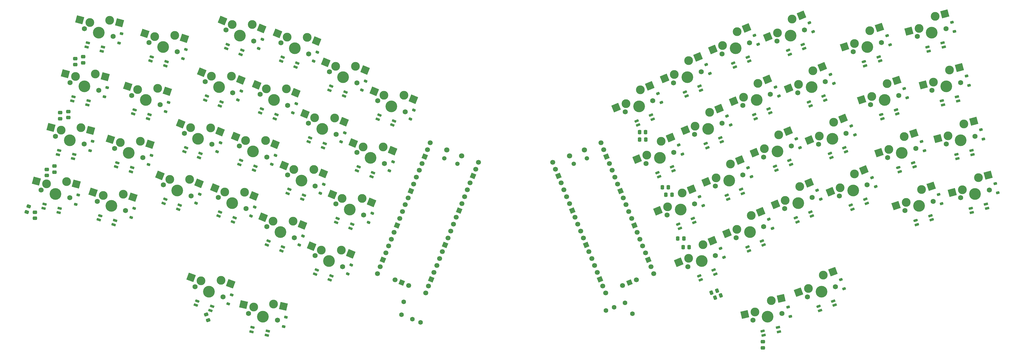
<source format=gbr>
%TF.GenerationSoftware,KiCad,Pcbnew,9.0.4*%
%TF.CreationDate,2025-09-09T15:52:51-06:00*%
%TF.ProjectId,ergo-kola,6572676f-2d6b-46f6-9c61-2e6b69636164,rev?*%
%TF.SameCoordinates,Original*%
%TF.FileFunction,Soldermask,Bot*%
%TF.FilePolarity,Negative*%
%FSLAX46Y46*%
G04 Gerber Fmt 4.6, Leading zero omitted, Abs format (unit mm)*
G04 Created by KiCad (PCBNEW 9.0.4) date 2025-09-09 15:52:51*
%MOMM*%
%LPD*%
G01*
G04 APERTURE LIST*
G04 Aperture macros list*
%AMRoundRect*
0 Rectangle with rounded corners*
0 $1 Rounding radius*
0 $2 $3 $4 $5 $6 $7 $8 $9 X,Y pos of 4 corners*
0 Add a 4 corners polygon primitive as box body*
4,1,4,$2,$3,$4,$5,$6,$7,$8,$9,$2,$3,0*
0 Add four circle primitives for the rounded corners*
1,1,$1+$1,$2,$3*
1,1,$1+$1,$4,$5*
1,1,$1+$1,$6,$7*
1,1,$1+$1,$8,$9*
0 Add four rect primitives between the rounded corners*
20,1,$1+$1,$2,$3,$4,$5,0*
20,1,$1+$1,$4,$5,$6,$7,0*
20,1,$1+$1,$6,$7,$8,$9,0*
20,1,$1+$1,$8,$9,$2,$3,0*%
%AMHorizOval*
0 Thick line with rounded ends*
0 $1 width*
0 $2 $3 position (X,Y) of the first rounded end (center of the circle)*
0 $4 $5 position (X,Y) of the second rounded end (center of the circle)*
0 Add line between two ends*
20,1,$1,$2,$3,$4,$5,0*
0 Add two circle primitives to create the rounded ends*
1,1,$1,$2,$3*
1,1,$1,$4,$5*%
%AMRotRect*
0 Rectangle, with rotation*
0 The origin of the aperture is its center*
0 $1 length*
0 $2 width*
0 $3 Rotation angle, in degrees counterclockwise*
0 Add horizontal line*
21,1,$1,$2,0,0,$3*%
G04 Aperture macros list end*
%ADD10C,1.750000*%
%ADD11C,3.000000*%
%ADD12C,4.000000*%
%ADD13RotRect,2.550000X2.500000X347.000000*%
%ADD14RotRect,2.550000X2.500000X338.000000*%
%ADD15RotRect,2.550000X2.500000X18.000000*%
%ADD16RotRect,2.550000X2.500000X15.000000*%
%ADD17C,1.600000*%
%ADD18RotRect,2.550000X2.500000X22.000000*%
%ADD19RotRect,2.550000X2.500000X342.000000*%
%ADD20RotRect,2.550000X2.500000X345.000000*%
%ADD21HorizOval,1.800000X0.000000X0.000000X0.000000X0.000000X0*%
%ADD22HorizOval,1.500000X0.000000X0.000000X0.000000X0.000000X0*%
%ADD23HorizOval,1.700000X0.000000X0.000000X0.000000X0.000000X0*%
%ADD24RotRect,1.700000X1.700000X338.000000*%
%ADD25HorizOval,1.800000X0.000000X0.000000X0.000000X0.000000X0*%
%ADD26HorizOval,1.500000X0.000000X0.000000X0.000000X0.000000X0*%
%ADD27HorizOval,1.700000X0.000000X0.000000X0.000000X0.000000X0*%
%ADD28RotRect,1.700000X1.700000X22.000000*%
%ADD29RotRect,2.550000X2.500000X20.000000*%
%ADD30RotRect,2.550000X2.500000X13.000000*%
%ADD31RotRect,2.550000X2.500000X340.000000*%
%ADD32RotRect,1.450000X0.820000X162.000000*%
%ADD33RoundRect,0.205000X0.557898X0.034278X-0.431201X0.355655X-0.557898X-0.034278X0.431201X-0.355655X0*%
%ADD34RoundRect,0.225000X0.263407X-0.349094X0.431980X0.068139X-0.263407X0.349094X-0.431980X-0.068139X0*%
%ADD35RoundRect,0.250000X-0.337500X-0.475000X0.337500X-0.475000X0.337500X0.475000X-0.337500X0.475000X0*%
%ADD36RoundRect,0.225000X0.287117X-0.329869X0.426175X0.098106X-0.287117X0.329869X-0.426175X-0.098106X0*%
%ADD37RoundRect,0.225000X0.420456X-0.120276X0.303988X0.314390X-0.420456X0.120276X-0.303988X-0.314390X0*%
%ADD38RoundRect,0.250000X-0.154687X-0.561786X0.479606X-0.330922X0.154687X0.561786X-0.479606X0.330922X0*%
%ADD39RoundRect,0.250000X0.475000X-0.337500X0.475000X0.337500X-0.475000X0.337500X-0.475000X-0.337500X0*%
%ADD40RotRect,1.450000X0.820000X195.000000*%
%ADD41RoundRect,0.205000X0.449224X0.332601X-0.555339X0.063429X-0.449224X-0.332601X0.555339X-0.063429X0*%
%ADD42RoundRect,0.225000X0.426175X-0.098106X0.287117X0.329869X-0.426175X0.098106X-0.287117X-0.329869X0*%
%ADD43RotRect,1.450000X0.820000X202.000000*%
%ADD44RoundRect,0.205000X0.405341X0.384868X-0.558930X-0.004723X-0.405341X-0.384868X0.558930X0.004723X0*%
%ADD45RotRect,1.450000X0.820000X165.000000*%
%ADD46RoundRect,0.205000X0.555339X0.063429X-0.449224X0.332601X-0.555339X-0.063429X0.449224X-0.332601X0*%
%ADD47RotRect,1.450000X0.820000X158.000000*%
%ADD48RoundRect,0.205000X0.558930X-0.004723X-0.405341X0.384868X-0.558930X0.004723X0.405341X-0.384868X0*%
%ADD49RoundRect,0.225000X0.431980X-0.068139X0.263407X0.349094X-0.431980X0.068139X-0.263407X-0.349094X0*%
%ADD50RotRect,1.450000X0.820000X160.000000*%
%ADD51RoundRect,0.205000X0.558754X0.014787X-0.418526X0.370487X-0.558754X-0.014787X0.418526X-0.370487X0*%
%ADD52RotRect,1.450000X0.820000X198.000000*%
%ADD53RoundRect,0.205000X0.431201X0.355655X-0.557898X0.034278X-0.431201X-0.355655X0.557898X-0.034278X0*%
%ADD54RoundRect,0.225000X0.303988X-0.314390X0.420456X0.120276X-0.303988X0.314390X-0.420456X-0.120276X0*%
%ADD55RotRect,1.450000X0.820000X193.000000*%
%ADD56RoundRect,0.205000X0.460557X0.316720X-0.552787X0.082771X-0.460557X-0.316720X0.552787X-0.082771X0*%
%ADD57RoundRect,0.225000X0.416003X-0.134877X0.314775X0.303590X-0.416003X0.134877X-0.314775X-0.303590X0*%
%ADD58RotRect,1.450000X0.820000X167.000000*%
%ADD59RoundRect,0.205000X0.552787X0.082771X-0.460557X0.316720X-0.552787X-0.082771X0.460557X-0.316720X0*%
%ADD60RotRect,1.450000X0.820000X200.000000*%
%ADD61RoundRect,0.205000X0.418526X0.370487X-0.558754X0.014787X-0.418526X-0.370487X0.558754X-0.014787X0*%
%ADD62RoundRect,0.225000X0.429339X-0.083173X0.275430X0.339688X-0.429339X0.083173X-0.275430X-0.339688X0*%
%ADD63RoundRect,0.250000X0.561786X-0.154687X0.330922X0.479606X-0.561786X0.154687X-0.330922X-0.479606X0*%
%ADD64RoundRect,0.225000X0.275430X-0.339688X0.429339X0.083173X-0.275430X0.339688X-0.429339X-0.083173X0*%
%ADD65RoundRect,0.225000X0.314775X-0.303590X0.416003X0.134877X-0.314775X0.303590X-0.416003X-0.134877X0*%
%ADD66RoundRect,0.250000X0.330922X-0.479606X0.561786X0.154687X-0.330922X0.479606X-0.561786X-0.154687X0*%
G04 APERTURE END LIST*
D10*
%TO.C,SW51*%
X108392118Y-134200069D03*
D11*
X110200944Y-132010857D03*
D12*
X113341918Y-135342820D03*
D11*
X116959570Y-130964396D03*
D10*
X118291718Y-136485571D03*
D13*
X106693211Y-131201033D03*
X120345505Y-131746101D03*
%TD*%
D10*
%TO.C,SW27*%
X105231189Y-76878731D03*
D11*
X107360213Y-74999434D03*
D12*
X109941283Y-78781732D03*
D11*
X114199331Y-75023139D03*
D10*
X114651377Y-80684733D03*
D14*
X104022351Y-73650850D03*
X117421295Y-76324897D03*
%TD*%
D10*
%TO.C,SW30*%
X327014299Y-80865964D03*
D11*
X327437238Y-78057829D03*
D12*
X331845666Y-79296158D03*
D11*
X332691543Y-73679888D03*
D10*
X336677033Y-77726352D03*
D15*
X324013434Y-79170290D03*
X335996465Y-72606054D03*
%TD*%
D10*
%TO.C,SW38*%
X351989227Y-94617472D03*
D11*
X352558552Y-91835320D03*
D12*
X356896130Y-93302671D03*
D11*
X358034781Y-87738367D03*
D10*
X361803033Y-91987870D03*
D16*
X349081219Y-92767069D03*
X361391373Y-86838971D03*
%TD*%
D17*
%TO.C,J1*%
X161470388Y-130199542D03*
X160749303Y-134653758D03*
X164458039Y-136152184D03*
X167239590Y-137276004D03*
%TD*%
D10*
%TO.C,SW15*%
X112367434Y-59215876D03*
D11*
X114496458Y-57336579D03*
D12*
X117077528Y-61118877D03*
D11*
X121335576Y-57360284D03*
D10*
X121787622Y-63021878D03*
D14*
X111158596Y-55987995D03*
X124557540Y-58662042D03*
%TD*%
D17*
%TO.C,J2*%
X239710022Y-134262772D03*
X237134569Y-130557770D03*
X233425833Y-132056196D03*
X230644282Y-133180016D03*
%TD*%
D10*
%TO.C,SW9*%
X136039783Y-51478147D03*
D11*
X138168807Y-49598850D03*
D12*
X140749877Y-53381148D03*
D11*
X145007925Y-49622555D03*
D10*
X145459971Y-55284149D03*
D14*
X134830945Y-48250266D03*
X148229889Y-50924313D03*
%TD*%
D10*
%TO.C,SW43*%
X138303342Y-96728983D03*
D11*
X140432366Y-94849686D03*
D12*
X143013436Y-98631984D03*
D11*
X147271484Y-94873391D03*
D10*
X147723530Y-100534985D03*
D14*
X137094504Y-93501103D03*
X150493448Y-96175149D03*
%TD*%
D10*
%TO.C,SW8*%
X270330739Y-45359023D03*
D11*
X270556762Y-42528226D03*
D12*
X275040833Y-43456022D03*
D11*
X275492878Y-37794427D03*
D10*
X279750927Y-41553021D03*
D18*
X267218900Y-43876811D03*
X278714842Y-36492669D03*
%TD*%
D10*
%TO.C,SW28*%
X284603246Y-80684733D03*
D11*
X284829269Y-77853936D03*
D12*
X289313340Y-78781732D03*
D11*
X289765385Y-73120137D03*
D10*
X294023434Y-76878731D03*
D18*
X281491407Y-79202520D03*
X292987349Y-71818379D03*
%TD*%
D10*
%TO.C,SW10*%
X253794653Y-55284149D03*
D11*
X254020677Y-52453352D03*
D12*
X258504747Y-53381148D03*
D11*
X258956791Y-47719553D03*
D10*
X263214841Y-51478147D03*
D18*
X250682814Y-53801936D03*
X262178755Y-46417796D03*
%TD*%
D10*
%TO.C,SW40*%
X291739510Y-98347588D03*
D11*
X291965533Y-95516791D03*
D12*
X296449604Y-96444587D03*
D11*
X296901649Y-90782992D03*
D10*
X301159698Y-94541586D03*
D18*
X288627671Y-96865375D03*
X300123613Y-89481234D03*
%TD*%
D10*
%TO.C,SW22*%
X260930916Y-72947004D03*
D11*
X261156940Y-70116207D03*
D12*
X265641010Y-71044003D03*
D11*
X266093054Y-65382408D03*
D10*
X270351104Y-69141002D03*
D18*
X257819077Y-71464791D03*
X269315018Y-64080651D03*
%TD*%
D10*
%TO.C,SW33*%
X121767256Y-86803857D03*
D11*
X123896280Y-84924560D03*
D12*
X126477350Y-88706858D03*
D11*
X130735398Y-84948265D03*
D10*
X131187444Y-90609859D03*
D14*
X120558418Y-83575976D03*
X133957362Y-86250023D03*
%TD*%
D10*
%TO.C,SW44*%
X251531094Y-100534985D03*
D11*
X251757118Y-97704188D03*
D12*
X256241188Y-98631984D03*
D11*
X256693233Y-92970389D03*
D10*
X260951282Y-96728983D03*
D18*
X248419255Y-99052772D03*
X259915197Y-91668631D03*
%TD*%
D10*
%TO.C,SW42*%
X332901072Y-98983581D03*
D11*
X333324011Y-96175446D03*
D12*
X337732439Y-97413775D03*
D11*
X338578316Y-91797505D03*
D10*
X342563806Y-95843969D03*
D15*
X329900207Y-97287907D03*
X341883238Y-90723671D03*
%TD*%
D10*
%TO.C,SW18*%
X321127526Y-62748327D03*
D11*
X321550464Y-59940193D03*
D12*
X325958892Y-61178522D03*
D11*
X326804769Y-55562252D03*
D10*
X330790258Y-59608717D03*
D15*
X318126660Y-61052653D03*
X330109691Y-54488419D03*
%TD*%
D10*
%TO.C,SW39*%
X98094926Y-94541586D03*
D11*
X100223950Y-92662289D03*
D12*
X102805020Y-96444587D03*
D11*
X107063068Y-92685994D03*
D10*
X107515114Y-98347588D03*
D14*
X96886088Y-91313705D03*
X110285032Y-93987752D03*
%TD*%
D10*
%TO.C,SW48*%
X258667357Y-118197841D03*
D11*
X258893381Y-115367044D03*
D12*
X263377451Y-116294840D03*
D11*
X263829496Y-110633245D03*
D10*
X268087545Y-114391839D03*
D18*
X255555518Y-116715628D03*
X267051460Y-109331487D03*
%TD*%
D10*
%TO.C,SW34*%
X268067179Y-90609859D03*
D11*
X268293202Y-87779062D03*
D12*
X272777273Y-88706858D03*
D11*
X273229318Y-83045263D03*
D10*
X277487367Y-86803857D03*
D18*
X264955340Y-89127646D03*
X276451282Y-81743505D03*
%TD*%
D10*
%TO.C,SW46*%
X275203424Y-108272714D03*
D11*
X275429447Y-105441917D03*
D12*
X279913518Y-106369713D03*
D11*
X280365563Y-100708118D03*
D10*
X284623612Y-104466712D03*
D18*
X272091585Y-106790501D03*
X283587527Y-99406360D03*
%TD*%
D10*
%TO.C,SW45*%
X114631012Y-104466712D03*
D11*
X116760036Y-102587415D03*
D12*
X119341106Y-106369713D03*
D11*
X123599154Y-102611120D03*
D10*
X124051200Y-108272714D03*
D14*
X113422174Y-101238831D03*
X126821118Y-103912878D03*
%TD*%
D10*
%TO.C,SW13*%
X93577809Y-54868494D03*
D11*
X95706833Y-52989197D03*
D12*
X98287903Y-56771495D03*
D11*
X102545951Y-53012902D03*
D10*
X102997997Y-58674496D03*
D14*
X92368971Y-51640613D03*
X105767915Y-54314661D03*
%TD*%
D10*
%TO.C,SW26*%
X347058725Y-76216581D03*
D11*
X347628050Y-73434429D03*
D12*
X351965628Y-74901780D03*
D11*
X353104280Y-69337476D03*
D10*
X356872531Y-73586979D03*
D16*
X344150718Y-74366178D03*
X356460871Y-68438080D03*
%TD*%
D10*
%TO.C,SW29*%
X62577591Y-77726352D03*
D11*
X64570336Y-75703120D03*
D12*
X67408958Y-79296158D03*
D11*
X71394448Y-75249694D03*
D10*
X72240325Y-80865964D03*
D19*
X61146532Y-74590659D03*
X74699369Y-76323528D03*
%TD*%
D10*
%TO.C,SW32*%
X244394849Y-82872130D03*
D11*
X244620873Y-80041333D03*
D12*
X249104943Y-80969129D03*
D11*
X249556988Y-75307534D03*
D10*
X253815037Y-79066128D03*
D18*
X241283010Y-81389917D03*
X252778952Y-74005776D03*
%TD*%
D10*
%TO.C,SW37*%
X37451591Y-91987870D03*
D11*
X39335717Y-89863119D03*
D12*
X42358494Y-93302671D03*
D11*
X46126746Y-89053168D03*
D10*
X47265397Y-94617472D03*
D20*
X35858384Y-88931370D03*
X49483339Y-89952564D03*
%TD*%
D21*
%TO.C,U1*%
X176243903Y-78231251D03*
D22*
X175387000Y-81153001D03*
X179883842Y-82969842D03*
D21*
X181297055Y-80272856D03*
D23*
X170576514Y-75801267D03*
X169625013Y-78156314D03*
D24*
X168673512Y-80511361D03*
D23*
X167722011Y-82866408D03*
X166770511Y-85221455D03*
X165819010Y-87576502D03*
X164867509Y-89931549D03*
D24*
X163916008Y-92286596D03*
D23*
X162964508Y-94641643D03*
X162013007Y-96996690D03*
X161061506Y-99351737D03*
X160110005Y-101706784D03*
D24*
X159158505Y-104061831D03*
D23*
X158207004Y-106416878D03*
X157255503Y-108771925D03*
X156304002Y-111126972D03*
X155352502Y-113482019D03*
D24*
X154401001Y-115837066D03*
D23*
X153449500Y-118192113D03*
X152497999Y-120547160D03*
X168983328Y-127207665D03*
X169934829Y-124852618D03*
D24*
X170886330Y-122497571D03*
D23*
X171837831Y-120142524D03*
X172789331Y-117787477D03*
X173740832Y-115432430D03*
X174692333Y-113077383D03*
D24*
X175643834Y-110722336D03*
D23*
X176595334Y-108367289D03*
X177546835Y-106012242D03*
X178498336Y-103657195D03*
X179449837Y-101302148D03*
D24*
X180401337Y-98947101D03*
D23*
X181352838Y-96592054D03*
X182304339Y-94237007D03*
X183255840Y-91881960D03*
X184207340Y-89526913D03*
D24*
X185158841Y-87171866D03*
D23*
X186110342Y-84816819D03*
X187061843Y-82461772D03*
X158471775Y-122712659D03*
D24*
X160826823Y-123664160D03*
D23*
X163181870Y-124615661D03*
%TD*%
D10*
%TO.C,SW23*%
X86441565Y-72531349D03*
D11*
X88570589Y-70652052D03*
D12*
X91151659Y-74434350D03*
D11*
X95409707Y-70675757D03*
D10*
X95861753Y-76337351D03*
D14*
X85232727Y-69303468D03*
X98631671Y-71977515D03*
%TD*%
D10*
%TO.C,SW4*%
X289120363Y-41011641D03*
D11*
X289346387Y-38180844D03*
D12*
X293830457Y-39108640D03*
D11*
X294282501Y-33447045D03*
D10*
X298540551Y-37205639D03*
D18*
X286008524Y-39529428D03*
X297504465Y-32145288D03*
%TD*%
D10*
%TO.C,SW25*%
X42382093Y-73586978D03*
D11*
X44266218Y-71462228D03*
D12*
X47288996Y-74901780D03*
D11*
X51057249Y-70652277D03*
D10*
X52195899Y-76216582D03*
D20*
X40788885Y-70530479D03*
X54413841Y-71551673D03*
%TD*%
D10*
%TO.C,SW35*%
X79305301Y-90194205D03*
D11*
X81434325Y-88314908D03*
D12*
X84015395Y-92097206D03*
D11*
X88273443Y-88338613D03*
D10*
X88725489Y-94000207D03*
D14*
X78096463Y-86966324D03*
X91495407Y-89640371D03*
%TD*%
D10*
%TO.C,SW12*%
X342128223Y-57815691D03*
D11*
X342697548Y-55033539D03*
D12*
X347035126Y-56500890D03*
D11*
X348173777Y-50936586D03*
D10*
X351942029Y-55186089D03*
D16*
X339220214Y-55965288D03*
X351530368Y-50037190D03*
%TD*%
D10*
%TO.C,SW5*%
X74351139Y-41491099D03*
D11*
X76343884Y-39467867D03*
D12*
X79182506Y-43060905D03*
D11*
X83167997Y-39014441D03*
D10*
X84013873Y-44630711D03*
D19*
X72920080Y-38355406D03*
X86472917Y-40088275D03*
%TD*%
D10*
%TO.C,SW21*%
X128903519Y-69141002D03*
D11*
X131032543Y-67261705D03*
D12*
X133613613Y-71044003D03*
D11*
X137871661Y-67285410D03*
D10*
X138323707Y-72947004D03*
D14*
X127694681Y-65913121D03*
X141093625Y-68587168D03*
%TD*%
D10*
%TO.C,SW41*%
X56690817Y-95843969D03*
D11*
X58683562Y-93820737D03*
D12*
X61522184Y-97413775D03*
D11*
X65507674Y-93367311D03*
D10*
X66353551Y-98983581D03*
D19*
X55259758Y-92708276D03*
X68812595Y-94441145D03*
%TD*%
D25*
%TO.C,U2*%
X218226866Y-80272856D03*
D26*
X219640079Y-82969842D03*
X224136921Y-81153001D03*
D25*
X223280018Y-78231251D03*
D27*
X212462078Y-82461772D03*
X213413579Y-84816819D03*
D28*
X214365080Y-87171866D03*
D27*
X215316581Y-89526913D03*
X216268081Y-91881960D03*
X217219582Y-94237007D03*
X218171083Y-96592054D03*
D28*
X219122584Y-98947101D03*
D27*
X220074084Y-101302148D03*
X221025585Y-103657195D03*
X221977086Y-106012242D03*
X222928587Y-108367289D03*
D28*
X223880087Y-110722336D03*
D27*
X224831588Y-113077383D03*
X225783089Y-115432430D03*
X226734590Y-117787477D03*
X227686090Y-120142524D03*
D28*
X228637591Y-122497571D03*
D27*
X229589092Y-124852618D03*
X230540593Y-127207665D03*
X247025922Y-120547160D03*
X246074421Y-118192113D03*
D28*
X245122920Y-115837066D03*
D27*
X244171419Y-113482019D03*
X243219919Y-111126972D03*
X242268418Y-108771925D03*
X241316917Y-106416878D03*
D28*
X240365416Y-104061831D03*
D27*
X239413916Y-101706784D03*
X238462415Y-99351737D03*
X237510914Y-96996690D03*
X236559413Y-94641643D03*
D28*
X235607913Y-92286596D03*
D27*
X234656412Y-89931549D03*
X233704911Y-87576502D03*
X232753410Y-85221455D03*
X231801910Y-82866408D03*
D28*
X230850409Y-80511361D03*
D27*
X229898908Y-78156314D03*
X228947407Y-75801267D03*
X236342051Y-124615661D03*
D28*
X238697098Y-123664160D03*
D27*
X241052146Y-122712659D03*
%TD*%
D10*
%TO.C,SW50*%
X299600822Y-128502753D03*
D11*
X299925502Y-125681568D03*
D12*
X304374461Y-126765291D03*
D11*
X305023818Y-121122921D03*
D10*
X309148100Y-125027829D03*
D29*
X296542608Y-126912841D03*
X308289250Y-119934401D03*
%TD*%
D10*
%TO.C,SW1*%
X52243097Y-36785199D03*
D11*
X54127223Y-34660448D03*
D12*
X57150000Y-38100000D03*
D11*
X60918252Y-33850497D03*
D10*
X62056903Y-39414801D03*
D20*
X50649890Y-33728700D03*
X64274844Y-34749893D03*
%TD*%
D10*
%TO.C,SW52*%
X280962906Y-136485571D03*
D11*
X281628981Y-133724986D03*
D12*
X285912706Y-135342820D03*
D11*
X287244855Y-129821647D03*
D10*
X290862506Y-134200069D03*
D30*
X278121248Y-134534807D03*
X290630792Y-129039939D03*
%TD*%
D10*
%TO.C,SW36*%
X310529134Y-94000207D03*
D11*
X310755157Y-91169410D03*
D12*
X315239228Y-92097206D03*
D11*
X315691273Y-86435611D03*
D10*
X319949322Y-90194205D03*
D18*
X307417295Y-92517994D03*
X318913237Y-85133853D03*
%TD*%
D10*
%TO.C,SW7*%
X119503697Y-41553021D03*
D11*
X121632721Y-39673724D03*
D12*
X124213791Y-43456022D03*
D11*
X128471839Y-39697429D03*
D10*
X128923885Y-45359023D03*
D14*
X118294859Y-38325140D03*
X131693803Y-40999188D03*
%TD*%
D10*
%TO.C,SW2*%
X337197721Y-39414800D03*
D11*
X337767046Y-36632649D03*
D12*
X342104624Y-38100000D03*
D11*
X343243274Y-32535696D03*
D10*
X347011527Y-36785200D03*
D16*
X334289712Y-37564398D03*
X346599867Y-31636299D03*
%TD*%
D10*
%TO.C,SW3*%
X100714072Y-37205639D03*
D11*
X102843096Y-35326342D03*
D12*
X105424166Y-39108640D03*
D11*
X109682214Y-35350047D03*
D10*
X110134260Y-41011641D03*
D14*
X99505235Y-33977759D03*
X112904178Y-36651805D03*
%TD*%
D10*
%TO.C,SW20*%
X237258587Y-65209274D03*
D11*
X237484610Y-62378478D03*
D12*
X241968680Y-63306274D03*
D11*
X242420725Y-57644679D03*
D10*
X246678773Y-61403274D03*
D18*
X234146747Y-63727061D03*
X245642690Y-56342922D03*
%TD*%
D10*
%TO.C,SW17*%
X68464365Y-59608716D03*
D11*
X70457110Y-57585484D03*
D12*
X73295732Y-61178522D03*
D11*
X77281223Y-57132058D03*
D10*
X78127099Y-62748328D03*
D19*
X67033306Y-56473023D03*
X80586143Y-58205892D03*
%TD*%
D10*
%TO.C,SW14*%
X296256626Y-58674496D03*
D11*
X296482649Y-55843699D03*
D12*
X300966720Y-56771495D03*
D11*
X301418765Y-51109900D03*
D10*
X305676814Y-54868494D03*
D18*
X293144787Y-57192284D03*
X304640729Y-49808142D03*
%TD*%
D10*
%TO.C,SW47*%
X131167079Y-114391839D03*
D11*
X133296103Y-112512542D03*
D12*
X135877173Y-116294840D03*
D11*
X140135221Y-112536247D03*
D10*
X140587267Y-118197841D03*
D14*
X129958241Y-111163959D03*
X143357185Y-113838005D03*
%TD*%
D10*
%TO.C,SW24*%
X303392871Y-76337351D03*
D11*
X303618894Y-73506554D03*
D12*
X308102965Y-74434350D03*
D11*
X308555010Y-68772755D03*
D10*
X312813059Y-72531349D03*
D18*
X300281032Y-74855139D03*
X311776974Y-67470997D03*
%TD*%
D10*
%TO.C,SW16*%
X277467002Y-63021878D03*
D11*
X277693026Y-60191081D03*
D12*
X282177096Y-61118877D03*
D11*
X282629140Y-55457282D03*
D10*
X286887190Y-59215876D03*
D18*
X274355163Y-61539665D03*
X285851104Y-54155525D03*
%TD*%
D10*
%TO.C,SW6*%
X315240752Y-44630710D03*
D11*
X315663690Y-41822576D03*
D12*
X320072118Y-43060905D03*
D11*
X320917995Y-37444635D03*
D10*
X324903484Y-41491100D03*
D15*
X312239886Y-42935036D03*
X324222917Y-36370802D03*
%TD*%
D10*
%TO.C,SW11*%
X47312595Y-55186089D03*
D11*
X49196721Y-53061338D03*
D12*
X52219498Y-56500890D03*
D11*
X55987750Y-52251387D03*
D10*
X57126401Y-57815691D03*
D20*
X45719388Y-52129589D03*
X59344343Y-53150782D03*
%TD*%
D10*
%TO.C,SW49*%
X90106524Y-125027829D03*
D11*
X92168665Y-123075375D03*
D12*
X94880163Y-126765291D03*
D11*
X99004444Y-122860383D03*
D10*
X99653802Y-128502753D03*
D31*
X88785770Y-121844103D03*
X102269876Y-124048904D03*
%TD*%
D10*
%TO.C,SW31*%
X145439586Y-79066128D03*
D11*
X147568610Y-77186831D03*
D12*
X150149680Y-80969129D03*
D11*
X154407728Y-77210536D03*
D10*
X154859774Y-82872130D03*
D14*
X144230748Y-75838248D03*
X157629692Y-78512294D03*
%TD*%
D10*
%TO.C,SW19*%
X152575851Y-61403274D03*
D11*
X154704875Y-59523976D03*
D12*
X157285944Y-63306274D03*
D11*
X161543993Y-59547681D03*
D10*
X161996037Y-65209274D03*
D14*
X151367012Y-58175393D03*
X164765956Y-60849439D03*
%TD*%
D32*
%TO.C,L41*%
X62258511Y-103804076D03*
X62722037Y-102377491D03*
D33*
X57633885Y-100724250D03*
D32*
X57170359Y-102150835D03*
%TD*%
D34*
%TO.C,D43*%
X149460475Y-103016339D03*
X150696677Y-99956633D03*
%TD*%
D35*
%TO.C,C14*%
X255227000Y-108585000D03*
X257302000Y-108585000D03*
%TD*%
D36*
%TO.C,D5*%
X85919678Y-46984857D03*
X86939434Y-43846371D03*
%TD*%
D37*
%TO.C,D2*%
X349892028Y-37721577D03*
X349037928Y-34534021D03*
%TD*%
D38*
%TO.C,C17*%
X268011069Y-128751846D03*
X269960931Y-128042154D03*
%TD*%
D39*
%TO.C,C1*%
X49149000Y-49043500D03*
X49149000Y-46968500D03*
%TD*%
D40*
%TO.C,L38*%
X360994073Y-98260995D03*
X360605844Y-96812107D03*
D41*
X355438141Y-98196789D03*
D40*
X355826370Y-99645677D03*
%TD*%
D36*
%TO.C,D41*%
X68259356Y-101337727D03*
X69279112Y-98199241D03*
%TD*%
D42*
%TO.C,D18*%
X333715820Y-60393056D03*
X332696064Y-57254570D03*
%TD*%
D34*
%TO.C,D13*%
X104734942Y-61155850D03*
X105971144Y-58096144D03*
%TD*%
%TO.C,D39*%
X109252059Y-100828942D03*
X110488261Y-97769236D03*
%TD*%
D43*
%TO.C,L24*%
X312774630Y-78856302D03*
X312212720Y-77465526D03*
D44*
X307252286Y-79469672D03*
D43*
X307814196Y-80860448D03*
%TD*%
D45*
%TO.C,L37*%
X43428254Y-99645677D03*
X43816483Y-98196789D03*
D46*
X38648780Y-96812107D03*
D45*
X38260551Y-98260995D03*
%TD*%
D34*
%TO.C,D23*%
X97598698Y-78818705D03*
X98834900Y-75758999D03*
%TD*%
D47*
%TO.C,L21*%
X133902382Y-77470101D03*
X134464292Y-76079325D03*
D48*
X129503858Y-74075179D03*
D47*
X128941948Y-75465955D03*
%TD*%
D32*
%TO.C,L29*%
X68145285Y-85686459D03*
X68608811Y-84259874D03*
D33*
X63520659Y-82606633D03*
D32*
X63057133Y-84033218D03*
%TD*%
D49*
%TO.C,D46*%
X287596759Y-105045064D03*
X286360557Y-101985358D03*
%TD*%
D50*
%TO.C,L49*%
X95393024Y-133177396D03*
X95906054Y-131767857D03*
D51*
X90878698Y-129938050D03*
D50*
X90365668Y-131347589D03*
%TD*%
D47*
%TO.C,L23*%
X91440428Y-80860448D03*
X92002338Y-79469672D03*
D48*
X87041904Y-77465526D03*
D47*
X86479994Y-78856302D03*
%TD*%
%TO.C,L35*%
X84304164Y-98523304D03*
X84866074Y-97132528D03*
D48*
X79905640Y-95128382D03*
D47*
X79343730Y-96519158D03*
%TD*%
D43*
%TO.C,L10*%
X263176412Y-57803100D03*
X262614502Y-56412324D03*
D44*
X257654068Y-58416470D03*
D43*
X258215978Y-59807246D03*
%TD*%
%TO.C,L36*%
X319910893Y-96519158D03*
X319348983Y-95128382D03*
D44*
X314388549Y-97132528D03*
D43*
X314950459Y-98523304D03*
%TD*%
D45*
%TO.C,L11*%
X53289258Y-62843896D03*
X53677487Y-61395008D03*
D46*
X48509784Y-60010326D03*
D45*
X48121555Y-61459214D03*
%TD*%
D47*
%TO.C,L15*%
X117366297Y-67544975D03*
X117928207Y-66154199D03*
D48*
X112967773Y-64150053D03*
D47*
X112405863Y-65540829D03*
%TD*%
D39*
%TO.C,C18*%
X284353000Y-145944500D03*
X284353000Y-143869500D03*
%TD*%
D52*
%TO.C,L18*%
X330310717Y-65915582D03*
X329847191Y-64488997D03*
D53*
X324759039Y-66142238D03*
D52*
X325222565Y-67568823D03*
%TD*%
D34*
%TO.C,D3*%
X111871205Y-43492995D03*
X113107407Y-40433289D03*
%TD*%
D47*
%TO.C,L13*%
X98576672Y-63197593D03*
X99138582Y-61806817D03*
D48*
X94178148Y-59802671D03*
D47*
X93616238Y-61193447D03*
%TD*%
D54*
%TO.C,D11*%
X59152802Y-60066869D03*
X60006902Y-56879313D03*
%TD*%
D34*
%TO.C,D7*%
X130660830Y-47840377D03*
X131897032Y-44780671D03*
%TD*%
D36*
%TO.C,D17*%
X80032904Y-65102474D03*
X81052660Y-61963988D03*
%TD*%
D40*
%TO.C,L2*%
X346202567Y-43058324D03*
X345814338Y-41609436D03*
D41*
X340646635Y-42994118D03*
D40*
X341034864Y-44443006D03*
%TD*%
D55*
%TO.C,L52*%
X289835109Y-140441140D03*
X289497683Y-138979585D03*
D56*
X284284803Y-140183074D03*
D55*
X284622229Y-141644629D03*
%TD*%
D57*
%TO.C,D52*%
X293708574Y-135236404D03*
X292966236Y-132020982D03*
%TD*%
D47*
%TO.C,L9*%
X141038646Y-59807246D03*
X141600556Y-58416470D03*
D48*
X136640122Y-56412324D03*
D47*
X136078212Y-57803100D03*
%TD*%
D38*
%TO.C,C16*%
X266741069Y-127100846D03*
X268690931Y-126391154D03*
%TD*%
D47*
%TO.C,L43*%
X143302205Y-105058082D03*
X143864115Y-103667306D03*
D48*
X138903681Y-101663160D03*
D47*
X138341771Y-103053936D03*
%TD*%
D34*
%TO.C,D9*%
X147196916Y-57765503D03*
X148433118Y-54705797D03*
%TD*%
D47*
%TO.C,L19*%
X157574713Y-69732372D03*
X158136623Y-68341596D03*
D48*
X153176189Y-66337450D03*
D47*
X152614279Y-67728226D03*
%TD*%
D42*
%TO.C,D42*%
X345489367Y-96628309D03*
X344469611Y-93489823D03*
%TD*%
D39*
%TO.C,C6*%
X42037000Y-85852000D03*
X42037000Y-83777000D03*
%TD*%
D49*
%TO.C,D40*%
X304132845Y-95119938D03*
X302896643Y-92060232D03*
%TD*%
D43*
%TO.C,L8*%
X279712498Y-47877974D03*
X279150588Y-46487198D03*
D44*
X274190154Y-48491344D03*
D43*
X274752064Y-49882120D03*
%TD*%
D34*
%TO.C,D21*%
X140060652Y-75428358D03*
X141296854Y-72368652D03*
%TD*%
D45*
%TO.C,L1*%
X58219760Y-44443006D03*
X58607989Y-42994118D03*
D46*
X53440286Y-41609436D03*
D45*
X53052057Y-43058324D03*
%TD*%
D42*
%TO.C,D30*%
X339602594Y-78510692D03*
X338582838Y-75372206D03*
%TD*%
D49*
%TO.C,D32*%
X256788184Y-79644480D03*
X255551982Y-76584774D03*
%TD*%
D43*
%TO.C,L34*%
X277448938Y-93128810D03*
X276887028Y-91738034D03*
D44*
X271926594Y-93742180D03*
D43*
X272488504Y-95132956D03*
%TD*%
D34*
%TO.C,D27*%
X116388322Y-83166087D03*
X117624524Y-80106381D03*
%TD*%
D47*
%TO.C,L47*%
X136165942Y-122720938D03*
X136727852Y-121330162D03*
D48*
X131767418Y-119326016D03*
D47*
X131205508Y-120716792D03*
%TD*%
D54*
%TO.C,D1*%
X64083304Y-41665979D03*
X64937404Y-38478423D03*
%TD*%
D43*
%TO.C,L48*%
X268049116Y-120716792D03*
X267487206Y-119326016D03*
D44*
X262526772Y-121330162D03*
D43*
X263088682Y-122720938D03*
%TD*%
D52*
%TO.C,L42*%
X342084264Y-102150835D03*
X341620738Y-100724250D03*
D53*
X336532586Y-102377491D03*
D52*
X336996112Y-103804076D03*
%TD*%
D34*
%TO.C,D19*%
X163732983Y-67690629D03*
X164969185Y-64630923D03*
%TD*%
D49*
%TO.C,D34*%
X280460514Y-87382209D03*
X279224312Y-84322503D03*
%TD*%
D32*
%TO.C,L17*%
X74032059Y-67568823D03*
X74495585Y-66142238D03*
D33*
X69407433Y-64488997D03*
D32*
X68943907Y-65915582D03*
%TD*%
D43*
%TO.C,L46*%
X284585183Y-110791665D03*
X284023273Y-109400889D03*
D44*
X279062839Y-111405035D03*
D43*
X279624749Y-112795811D03*
%TD*%
D49*
%TO.C,D36*%
X322922469Y-90772557D03*
X321686267Y-87712851D03*
%TD*%
D45*
%TO.C,L25*%
X48358756Y-81244786D03*
X48746985Y-79795898D03*
D46*
X43579282Y-78411216D03*
D45*
X43191053Y-79860104D03*
%TD*%
D58*
%TO.C,L51*%
X114632395Y-141644629D03*
X114969821Y-140183074D03*
D59*
X109756941Y-138979585D03*
D58*
X109419515Y-140441140D03*
%TD*%
D35*
%TO.C,C13*%
X251163000Y-93599000D03*
X253238000Y-93599000D03*
%TD*%
D49*
%TO.C,D10*%
X266187988Y-52056499D03*
X264951786Y-48996793D03*
%TD*%
D39*
%TO.C,C5*%
X39370000Y-86995000D03*
X39370000Y-84920000D03*
%TD*%
D35*
%TO.C,C15*%
X257026500Y-111506000D03*
X259101500Y-111506000D03*
%TD*%
D34*
%TO.C,D31*%
X156596719Y-85353484D03*
X157832921Y-82293778D03*
%TD*%
D43*
%TO.C,L16*%
X286848761Y-65540829D03*
X286286851Y-64150053D03*
D44*
X281326417Y-66154199D03*
D43*
X281888327Y-67544975D03*
%TD*%
%TO.C,L20*%
X246640345Y-67728226D03*
X246078435Y-66337450D03*
D44*
X241118001Y-68341596D03*
D43*
X241679911Y-69732372D03*
%TD*%
D34*
%TO.C,D47*%
X142324212Y-120679195D03*
X143560414Y-117619489D03*
%TD*%
D52*
%TO.C,L6*%
X324423943Y-47797965D03*
X323960417Y-46371380D03*
D53*
X318872265Y-48024621D03*
D52*
X319335791Y-49451206D03*
%TD*%
D49*
%TO.C,D22*%
X273324251Y-69719354D03*
X272088049Y-66659648D03*
%TD*%
%TO.C,D14*%
X308649961Y-55446846D03*
X307413759Y-52387140D03*
%TD*%
D40*
%TO.C,L12*%
X351133069Y-61459214D03*
X350744840Y-60010326D03*
D41*
X345577137Y-61395008D03*
D40*
X345965366Y-62843896D03*
%TD*%
D60*
%TO.C,L50*%
X308888956Y-131347589D03*
X308375926Y-129938050D03*
D61*
X303348570Y-131767857D03*
D60*
X303861600Y-133177396D03*
%TD*%
D34*
%TO.C,D45*%
X125788145Y-110754068D03*
X127024347Y-107694362D03*
%TD*%
D39*
%TO.C,C4*%
X46736000Y-67183000D03*
X46736000Y-65108000D03*
%TD*%
D47*
%TO.C,L3*%
X105712935Y-45534738D03*
X106274845Y-44143962D03*
D48*
X101314411Y-42139816D03*
D47*
X100752501Y-43530592D03*
%TD*%
D62*
%TO.C,D50*%
X312099251Y-125709591D03*
X310970585Y-122608605D03*
%TD*%
D32*
%TO.C,L5*%
X79918833Y-49451206D03*
X80382359Y-48024621D03*
D33*
X75294207Y-46371380D03*
D32*
X74830681Y-47797965D03*
%TD*%
D47*
%TO.C,L31*%
X150438449Y-87395227D03*
X151000359Y-86004451D03*
D48*
X146039925Y-84000305D03*
D47*
X145478015Y-85391081D03*
%TD*%
D43*
%TO.C,L28*%
X293985005Y-83203684D03*
X293423095Y-81812908D03*
D44*
X288462661Y-83817054D03*
D43*
X289024571Y-85207830D03*
%TD*%
D34*
%TO.C,D33*%
X132924389Y-93091213D03*
X134160591Y-90031507D03*
%TD*%
D37*
%TO.C,D12*%
X354822530Y-56122467D03*
X353968430Y-52934911D03*
%TD*%
D54*
%TO.C,D25*%
X54222300Y-78467759D03*
X55076400Y-75280203D03*
%TD*%
D43*
%TO.C,L44*%
X260912853Y-103053936D03*
X260350943Y-101663160D03*
D44*
X255390509Y-103667306D03*
D43*
X255952419Y-105058082D03*
%TD*%
D49*
%TO.C,D20*%
X249651921Y-61981625D03*
X248415719Y-58921919D03*
%TD*%
%TO.C,D44*%
X263924429Y-97307335D03*
X262688227Y-94247629D03*
%TD*%
%TO.C,D4*%
X301513698Y-37783991D03*
X300277496Y-34724285D03*
%TD*%
D43*
%TO.C,L4*%
X298502122Y-43530592D03*
X297940212Y-42139816D03*
D44*
X292979778Y-44143962D03*
D43*
X293541688Y-45534738D03*
%TD*%
D42*
%TO.C,D6*%
X327829046Y-42275439D03*
X326809290Y-39136953D03*
%TD*%
D47*
%TO.C,L33*%
X126766119Y-95132956D03*
X127328029Y-93742180D03*
D48*
X122367595Y-91738034D03*
D47*
X121805685Y-93128810D03*
%TD*%
D43*
%TO.C,L40*%
X301121269Y-100866539D03*
X300559359Y-99475763D03*
D44*
X295598925Y-101479909D03*
D43*
X296160835Y-102870685D03*
%TD*%
D35*
%TO.C,C11*%
X242167500Y-74676000D03*
X244242500Y-74676000D03*
%TD*%
D43*
%TO.C,L32*%
X253776608Y-85391081D03*
X253214698Y-84000305D03*
D44*
X248254264Y-86004451D03*
D43*
X248816174Y-87395227D03*
%TD*%
D37*
%TO.C,D38*%
X364683534Y-92924248D03*
X363829434Y-89736692D03*
%TD*%
D49*
%TO.C,D28*%
X296996581Y-77457083D03*
X295760379Y-74397377D03*
%TD*%
D35*
%TO.C,C12*%
X249914500Y-91059000D03*
X251989500Y-91059000D03*
%TD*%
D34*
%TO.C,D35*%
X90462434Y-96481561D03*
X91698636Y-93421855D03*
%TD*%
D39*
%TO.C,C3*%
X43942000Y-67564000D03*
X43942000Y-65489000D03*
%TD*%
D63*
%TO.C,C9*%
X94588846Y-136483931D03*
X93879154Y-134534069D03*
%TD*%
D49*
%TO.C,D8*%
X282724074Y-42131373D03*
X281487872Y-39071667D03*
%TD*%
D39*
%TO.C,C2*%
X51816000Y-48408500D03*
X51816000Y-46333500D03*
%TD*%
%TO.C,C8*%
X35306000Y-101643000D03*
X35306000Y-99568000D03*
%TD*%
D47*
%TO.C,L45*%
X119629875Y-112795811D03*
X120191785Y-111405035D03*
D48*
X115231351Y-109400889D03*
D47*
X114669441Y-110791665D03*
%TD*%
%TO.C,L7*%
X124502560Y-49882120D03*
X125064470Y-48491344D03*
D48*
X120104036Y-46487198D03*
D47*
X119542126Y-47877974D03*
%TD*%
D34*
%TO.C,D15*%
X123524567Y-65503232D03*
X124760769Y-62443526D03*
%TD*%
D40*
%TO.C,L26*%
X356063571Y-79860104D03*
X355675342Y-78411216D03*
D41*
X350507639Y-79795898D03*
D40*
X350895868Y-81244786D03*
%TD*%
D47*
%TO.C,L27*%
X110230052Y-85207830D03*
X110791962Y-83817054D03*
D48*
X105831528Y-81812908D03*
D47*
X105269618Y-83203684D03*
%TD*%
D64*
%TO.C,D49*%
X101476287Y-130921977D03*
X102604953Y-127820991D03*
%TD*%
D49*
%TO.C,D24*%
X315786206Y-73109701D03*
X314550004Y-70049995D03*
%TD*%
D65*
%TO.C,D51*%
X120395448Y-138664658D03*
X121137786Y-135449236D03*
%TD*%
D49*
%TO.C,D48*%
X271060692Y-114970191D03*
X269824490Y-111910485D03*
%TD*%
D47*
%TO.C,L39*%
X103093789Y-102870685D03*
X103655699Y-101479909D03*
D48*
X98695265Y-99475763D03*
D47*
X98133355Y-100866539D03*
%TD*%
D49*
%TO.C,D16*%
X289860337Y-59794228D03*
X288624135Y-56734522D03*
%TD*%
D37*
%TO.C,D26*%
X359753032Y-74523357D03*
X358898932Y-71335801D03*
%TD*%
D35*
%TO.C,C10*%
X242146000Y-72136000D03*
X244221000Y-72136000D03*
%TD*%
D66*
%TO.C,C7*%
X32538154Y-99526931D03*
X33247846Y-97577069D03*
%TD*%
D54*
%TO.C,D37*%
X49291798Y-96868650D03*
X50145898Y-93681094D03*
%TD*%
D52*
%TO.C,L30*%
X336197491Y-84033218D03*
X335733965Y-82606633D03*
D53*
X330645813Y-84259874D03*
D52*
X331109339Y-85686459D03*
%TD*%
D36*
%TO.C,D29*%
X74146130Y-83220110D03*
X75165886Y-80081624D03*
%TD*%
D43*
%TO.C,L14*%
X305638385Y-61193447D03*
X305076475Y-59802671D03*
D44*
X300116041Y-61806817D03*
D43*
X300677951Y-63197593D03*
%TD*%
%TO.C,L22*%
X270312675Y-75465955D03*
X269750765Y-74075179D03*
D44*
X264790331Y-76079325D03*
D43*
X265352241Y-77470101D03*
%TD*%
M02*

</source>
